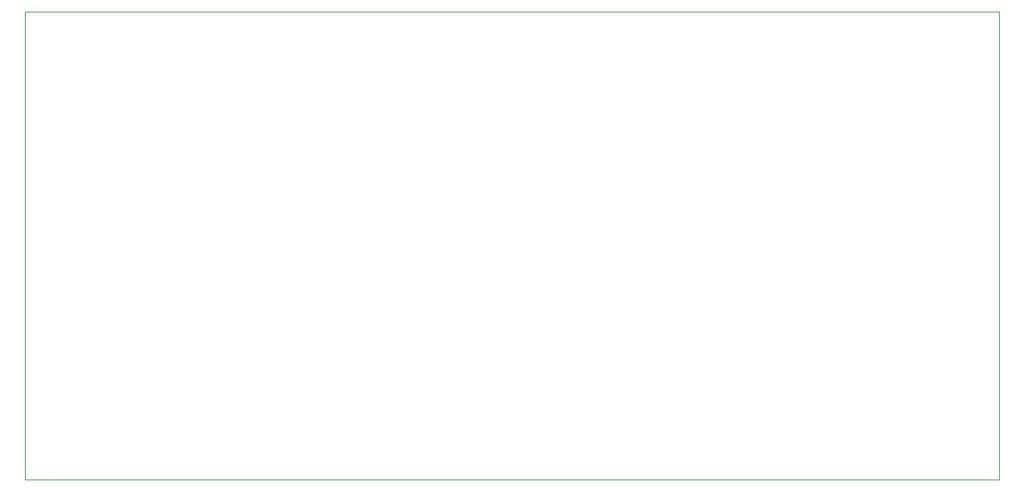
<source format=gm1>
%TF.GenerationSoftware,KiCad,Pcbnew,(5.1.10)-1*%
%TF.CreationDate,2021-07-24T22:22:28-04:00*%
%TF.ProjectId,PSU_fix,5053555f-6669-4782-9e6b-696361645f70,rev?*%
%TF.SameCoordinates,Original*%
%TF.FileFunction,Profile,NP*%
%FSLAX46Y46*%
G04 Gerber Fmt 4.6, Leading zero omitted, Abs format (unit mm)*
G04 Created by KiCad (PCBNEW (5.1.10)-1) date 2021-07-24 22:22:28*
%MOMM*%
%LPD*%
G01*
G04 APERTURE LIST*
%TA.AperFunction,Profile*%
%ADD10C,0.100000*%
%TD*%
G04 APERTURE END LIST*
D10*
X179705000Y-96012000D02*
X67246500Y-96012000D01*
X179705000Y-41910000D02*
X67246500Y-41910000D01*
X67246500Y-96012000D02*
X67246500Y-41910000D01*
X179705000Y-96012000D02*
X179705000Y-41910000D01*
M02*

</source>
